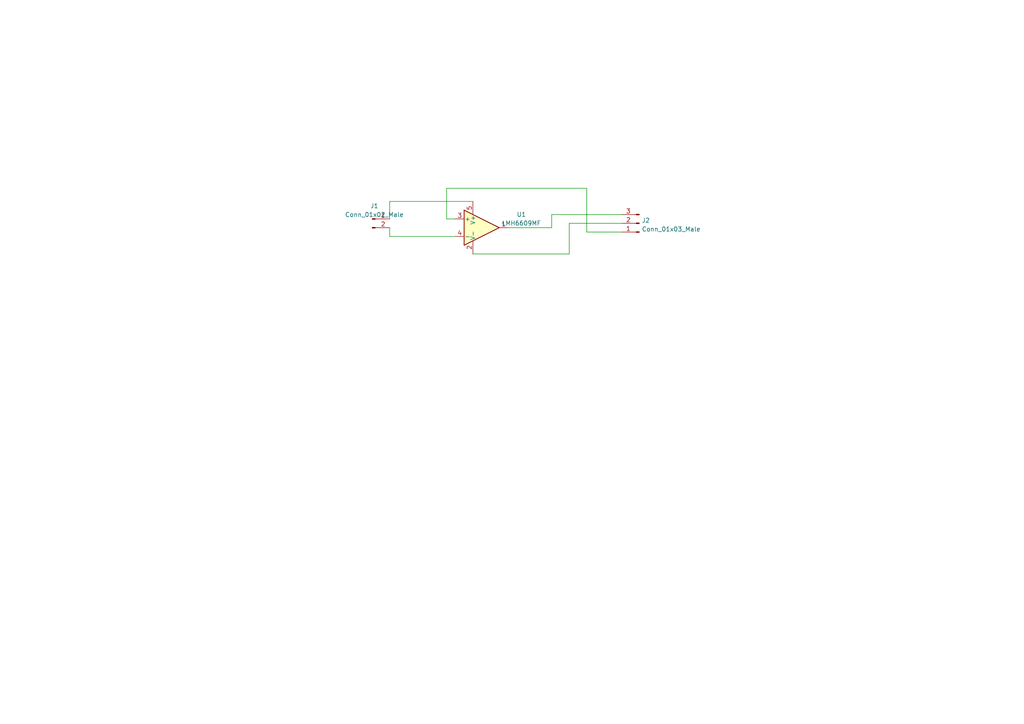
<source format=kicad_sch>
(kicad_sch (version 20211123) (generator eeschema)
  (paper "A4")
  (lib_symbols
    (symbol "Amplifier_Operational:LMH6609MF" (pin_names (offset 0.127))
      (property "Reference" "U" (at -1.27 6.35 0))
      (property "Value" "LMH6609MF" (at -1.27 3.81 0))
      (symbol "LMH6609MF_0_1"
        (polyline (pts (xy -5.08 5.08) (xy 5.08 0) (xy -5.08 -5.08) (xy -5.08 5.08)) (stroke (width 0.254)) (fill (type background)))
        (pin power_in line (at -2.54 -7.62 90) (length 3.81) (name "V-") (number "2"))
        (pin power_in line (at -2.54 7.62 270) (length 3.81) (name "V+") (number "5"))
      )
      (symbol "LMH6609MF_1_1"
        (pin output line (at 7.62 0 180) (length 2.54) (name "~") (number "1"))
        (pin input line (at -7.62 2.54 0) (length 2.54) (name "+") (number "3"))
        (pin input line (at -7.62 -2.54 0) (length 2.54) (name "-") (number "4"))
      )
    )
    (symbol "Connector:Conn_01x02_Male" (pin_names (offset 1.016) hide)
      (property "Reference" "J" (at 0 2.54 0))
      (property "Value" "Conn_01x02_Male" (at 0 -5.08 0))
      (symbol "Conn_01x02_Male_1_1"
        (polyline (pts (xy 1.27 -2.54) (xy 0.8636 -2.54)) (stroke (width 0.1524)))
        (polyline (pts (xy 1.27 0) (xy 0.8636 0)) (stroke (width 0.1524)))
        (rectangle (start 0.8636 -2.413) (end 0 -2.667) (stroke (width 0.1524)) (fill (type outline)))
        (rectangle (start 0.8636 0.127) (end 0 -0.127) (stroke (width 0.1524)) (fill (type outline)))
        (pin passive line (at 5.08 0 180) (length 3.81) (name "Pin_1") (number "1"))
        (pin passive line (at 5.08 -2.54 180) (length 3.81) (name "Pin_2") (number "2"))
      )
    )
    (symbol "Connector:Conn_01x03_Male" (pin_names (offset 1.016) hide)
      (property "Reference" "J" (at 0 5.08 0))
      (property "Value" "Conn_01x03_Male" (at 0 -5.08 0))
      (symbol "Conn_01x03_Male_1_1"
        (polyline (pts (xy 1.27 -2.54) (xy 0.8636 -2.54)) (stroke (width 0.1524)))
        (polyline (pts (xy 1.27 0) (xy 0.8636 0)) (stroke (width 0.1524)))
        (polyline (pts (xy 1.27 2.54) (xy 0.8636 2.54)) (stroke (width 0.1524)))
        (rectangle (start 0.8636 -2.413) (end 0 -2.667) (stroke (width 0.1524)) (fill (type outline)))
        (rectangle (start 0.8636 0.127) (end 0 -0.127) (stroke (width 0.1524)) (fill (type outline)))
        (rectangle (start 0.8636 2.667) (end 0 2.413) (stroke (width 0.1524)) (fill (type outline)))
        (pin passive line (at 5.08 2.54 180) (length 3.81) (name "Pin_1") (number "1"))
        (pin passive line (at 5.08 0 180) (length 3.81) (name "Pin_2") (number "2"))
        (pin passive line (at 5.08 -2.54 180) (length 3.81) (name "Pin_3") (number "3"))
      )
    )
  )
  (wire (pts (xy 170.18 67.31) (xy 180.34 67.31)))
  (wire (pts (xy 129.54 54.61) (xy 170.18 54.61)))
  (wire (pts (xy 165.1 64.77) (xy 180.34 64.77)))
  (wire (pts (xy 137.16 58.42) (xy 113.03 58.42)))
  (wire (pts (xy 160.02 62.23) (xy 180.34 62.23)))
  (wire (pts (xy 170.18 54.61) (xy 170.18 67.31)))
  (wire (pts (xy 165.1 73.66) (xy 165.1 64.77)))
  (wire (pts (xy 113.03 68.58) (xy 113.03 66.04)))
  (wire (pts (xy 160.02 66.04) (xy 160.02 62.23)))
  (wire (pts (xy 113.03 68.58) (xy 132.08 68.58)))
  (wire (pts (xy 137.16 73.66) (xy 165.1 73.66)))
  (wire (pts (xy 132.08 63.5) (xy 129.54 63.5)))
  (wire (pts (xy 113.03 58.42) (xy 113.03 63.5)))
  (wire (pts (xy 147.32 66.04) (xy 160.02 66.04)))
  (wire (pts (xy 129.54 63.5) (xy 129.54 54.61)))
  (symbol (lib_id "Connector:Conn_01x02_Male") (at 107.95 63.5 0) (unit 1)
    (property "Reference" "J1" (at 108.585 59.724 0))
    (property "Value" "Conn_01x02_Male" (at 108.585 62.2609 0))
    (property "Footprint" "Connector_PinHeader_2.54mm:PinHeader_1x02_P2.54mm_Vertical" (effects hide))
  )
  (symbol (lib_id "Amplifier_Operational:LMH6609MF") (at 139.7 66.04 0) (unit 1)
    (property "Reference" "U1" (at 151.2154 62.2133 0))
    (property "Value" "LMH6609MF" (at 151.2154 64.7502 0))
    (property "Footprint" "Package_TO_SOT_SMD:SOT-23-5" (effects hide))
    (property "Datasheet" "http://www.ti.com/lit/ds/symlink/lmh6609.pdf" (effects hide))
  )
  (symbol (lib_id "Connector:Conn_01x03_Male") (at 185.42 64.77 180) (unit 1)
    (property "Reference" "J2" (at 186.1312 63.9353 0) (effects (justify right)))
    (property "Value" "Conn_01x03_Male" (at 186.1312 66.4722 0) (effects (justify right)))
    (property "Footprint" "Connector_PinHeader_2.54mm:PinHeader_1x03_P2.54mm_Vertical" (effects hide))
  )
)
</source>
